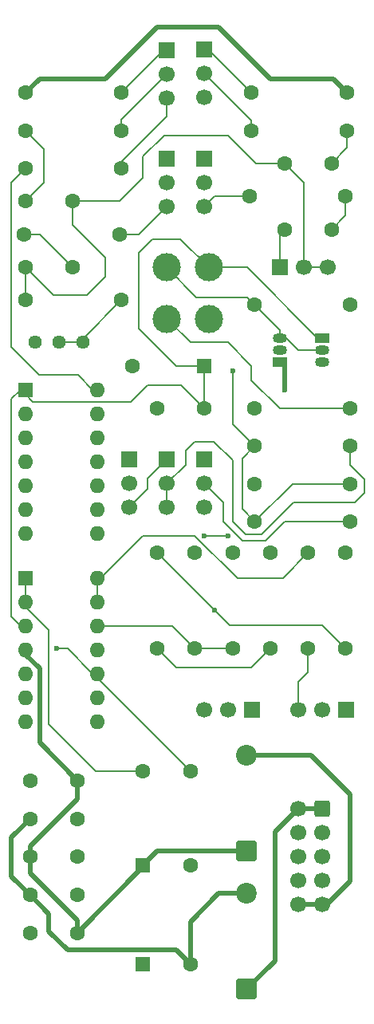
<source format=gbr>
%TF.GenerationSoftware,KiCad,Pcbnew,9.0.5*%
%TF.CreationDate,2025-12-23T14:43:43-05:00*%
%TF.ProjectId,mk_vco_JUST_PCB,6d6b5f76-636f-45f4-9a55-53545f504342,rev?*%
%TF.SameCoordinates,Original*%
%TF.FileFunction,Copper,L1,Top*%
%TF.FilePolarity,Positive*%
%FSLAX46Y46*%
G04 Gerber Fmt 4.6, Leading zero omitted, Abs format (unit mm)*
G04 Created by KiCad (PCBNEW 9.0.5) date 2025-12-23 14:43:43*
%MOMM*%
%LPD*%
G01*
G04 APERTURE LIST*
G04 Aperture macros list*
%AMRoundRect*
0 Rectangle with rounded corners*
0 $1 Rounding radius*
0 $2 $3 $4 $5 $6 $7 $8 $9 X,Y pos of 4 corners*
0 Add a 4 corners polygon primitive as box body*
4,1,4,$2,$3,$4,$5,$6,$7,$8,$9,$2,$3,0*
0 Add four circle primitives for the rounded corners*
1,1,$1+$1,$2,$3*
1,1,$1+$1,$4,$5*
1,1,$1+$1,$6,$7*
1,1,$1+$1,$8,$9*
0 Add four rect primitives between the rounded corners*
20,1,$1+$1,$2,$3,$4,$5,0*
20,1,$1+$1,$4,$5,$6,$7,0*
20,1,$1+$1,$6,$7,$8,$9,0*
20,1,$1+$1,$8,$9,$2,$3,0*%
G04 Aperture macros list end*
%TA.AperFunction,ComponentPad*%
%ADD10C,1.600000*%
%TD*%
%TA.AperFunction,ComponentPad*%
%ADD11R,1.700000X1.700000*%
%TD*%
%TA.AperFunction,ComponentPad*%
%ADD12C,1.700000*%
%TD*%
%TA.AperFunction,ComponentPad*%
%ADD13C,1.440000*%
%TD*%
%TA.AperFunction,ComponentPad*%
%ADD14R,1.500000X1.050000*%
%TD*%
%TA.AperFunction,ComponentPad*%
%ADD15O,1.500000X1.050000*%
%TD*%
%TA.AperFunction,ComponentPad*%
%ADD16C,3.000000*%
%TD*%
%TA.AperFunction,ComponentPad*%
%ADD17RoundRect,0.250000X-0.550000X-0.550000X0.550000X-0.550000X0.550000X0.550000X-0.550000X0.550000X0*%
%TD*%
%TA.AperFunction,ComponentPad*%
%ADD18R,1.600000X1.600000*%
%TD*%
%TA.AperFunction,ComponentPad*%
%ADD19O,1.600000X1.600000*%
%TD*%
%TA.AperFunction,ComponentPad*%
%ADD20RoundRect,0.250000X0.550000X0.550000X-0.550000X0.550000X-0.550000X-0.550000X0.550000X-0.550000X0*%
%TD*%
%TA.AperFunction,ComponentPad*%
%ADD21RoundRect,0.249999X0.850001X-0.850001X0.850001X0.850001X-0.850001X0.850001X-0.850001X-0.850001X0*%
%TD*%
%TA.AperFunction,ComponentPad*%
%ADD22C,2.200000*%
%TD*%
%TA.AperFunction,ComponentPad*%
%ADD23RoundRect,0.250000X0.600000X0.600000X-0.600000X0.600000X-0.600000X-0.600000X0.600000X-0.600000X0*%
%TD*%
%TA.AperFunction,ViaPad*%
%ADD24C,0.600000*%
%TD*%
%TA.AperFunction,Conductor*%
%ADD25C,0.200000*%
%TD*%
%TA.AperFunction,Conductor*%
%ADD26C,0.500000*%
%TD*%
G04 APERTURE END LIST*
D10*
%TO.P,R9,1*%
%TO.N,Net-(Q1-E)*%
X146840000Y-74500000D03*
%TO.P,R9,2*%
%TO.N,+12V*%
X157000000Y-74500000D03*
%TD*%
%TO.P,TH1,1*%
%TO.N,Net-(Q1-B)*%
X127500000Y-63500000D03*
%TO.P,TH1,2*%
%TO.N,Net-(R4-Pad1)*%
X122500000Y-63500000D03*
%TD*%
%TO.P,R2,1*%
%TO.N,Net-(R2-Pad1)*%
X132660000Y-52000000D03*
%TO.P,R2,2*%
%TO.N,-12V*%
X122500000Y-52000000D03*
%TD*%
%TO.P,C2,1*%
%TO.N,Net-(U1A--)*%
X135000000Y-124000000D03*
%TO.P,C2,2*%
%TO.N,Net-(U1B-+)*%
X140000000Y-124000000D03*
%TD*%
%TO.P,C9,1*%
%TO.N,+12V*%
X128000000Y-125000000D03*
%TO.P,C9,2*%
%TO.N,GND*%
X123000000Y-125000000D03*
%TD*%
D11*
%TO.P,J4,S*%
%TO.N,GND*%
X133500000Y-90920000D03*
D12*
%TO.P,J4,T*%
%TO.N,Net-(J4-PadT)*%
X133500000Y-96000000D03*
%TO.P,J4,TN*%
%TO.N,GND*%
X133500000Y-93460000D03*
%TD*%
D13*
%TO.P,RV4,1,1*%
%TO.N,Net-(R8-Pad2)*%
X128580000Y-78500000D03*
%TO.P,RV4,2,2*%
X126040000Y-78500000D03*
%TO.P,RV4,3,3*%
%TO.N,GND*%
X123500000Y-78500000D03*
%TD*%
D10*
%TO.P,TH3,1*%
%TO.N,Net-(Q1-B)*%
X122500000Y-70500000D03*
%TO.P,TH3,2*%
%TO.N,Net-(R6-Pad1)*%
X127500000Y-70500000D03*
%TD*%
%TO.P,R16,1*%
%TO.N,Net-(U1D-+)*%
X140500000Y-111000000D03*
%TO.P,R16,2*%
%TO.N,Net-(R16-Pad2)*%
X140500000Y-100840000D03*
%TD*%
%TO.P,R7,1*%
%TO.N,Net-(R7-Pad1)*%
X156500000Y-63000000D03*
%TO.P,R7,2*%
%TO.N,Net-(J3-PadT)*%
X146340000Y-63000000D03*
%TD*%
D14*
%TO.P,Q2,1,C*%
%TO.N,Net-(D3-K)*%
X154000000Y-78000000D03*
D15*
%TO.P,Q2,2,B*%
%TO.N,Net-(Q1-E)*%
X154000000Y-79270000D03*
%TO.P,Q2,3,E*%
%TO.N,GND*%
X154000000Y-80540000D03*
%TD*%
D10*
%TO.P,C1,1*%
%TO.N,Net-(D3-K)*%
X141500000Y-85500000D03*
%TO.P,C1,2*%
%TO.N,GND*%
X136500000Y-85500000D03*
%TD*%
D16*
%TO.P,TP2,1,1*%
%TO.N,Net-(D3-K)*%
X142000000Y-70540000D03*
%TD*%
D10*
%TO.P,C7,1*%
%TO.N,GND*%
X128000000Y-133100000D03*
%TO.P,C7,2*%
%TO.N,+12V*%
X123000000Y-133100000D03*
%TD*%
%TO.P,R11,1*%
%TO.N,Net-(U1B--)*%
X146840000Y-89500000D03*
%TO.P,R11,2*%
%TO.N,Net-(R11-Pad2)*%
X157000000Y-89500000D03*
%TD*%
D17*
%TO.P,C3,1*%
%TO.N,+12V*%
X135000000Y-134000000D03*
D10*
%TO.P,C3,2*%
%TO.N,GND*%
X140000000Y-134000000D03*
%TD*%
%TO.P,R14,1*%
%TO.N,Net-(U1B--)*%
X146840000Y-97500000D03*
%TO.P,R14,2*%
%TO.N,Net-(R14-Pad2)*%
X157000000Y-97500000D03*
%TD*%
D11*
%TO.P,RV5,1,1*%
%TO.N,Net-(J4-PadT)*%
X137500000Y-90920000D03*
D12*
%TO.P,RV5,2,2*%
%TO.N,Net-(R11-Pad2)*%
X137500000Y-93460000D03*
%TO.P,RV5,3,3*%
X137500000Y-96000000D03*
%TD*%
D16*
%TO.P,TP4,1,1*%
%TO.N,Net-(U1B--)*%
X142000000Y-76000000D03*
%TD*%
D11*
%TO.P,J6,S*%
%TO.N,GND*%
X156580000Y-117500000D03*
D12*
%TO.P,J6,T*%
%TO.N,Net-(J6-PadT)*%
X151500000Y-117500000D03*
%TO.P,J6,TN*%
%TO.N,unconnected-(J6-PadTN)*%
X154040000Y-117500000D03*
%TD*%
D10*
%TO.P,R13,1*%
%TO.N,Net-(R13-Pad1)*%
X136500000Y-100840000D03*
%TO.P,R13,2*%
%TO.N,Net-(U1C--)*%
X136500000Y-111000000D03*
%TD*%
D11*
%TO.P,J2,S*%
%TO.N,GND*%
X137500000Y-58960000D03*
D12*
%TO.P,J2,T*%
%TO.N,Net-(J2-PadT)*%
X137500000Y-64040000D03*
%TO.P,J2,TN*%
%TO.N,GND*%
X137500000Y-61500000D03*
%TD*%
D10*
%TO.P,R17,1*%
%TO.N,GND*%
X144500000Y-100840000D03*
%TO.P,R17,2*%
%TO.N,Net-(U1D-+)*%
X144500000Y-111000000D03*
%TD*%
D18*
%TO.P,U1,1*%
%TO.N,Net-(U1A--)*%
X122500000Y-103500000D03*
D19*
%TO.P,U1,2,-*%
X122500000Y-106040000D03*
%TO.P,U1,3,+*%
%TO.N,Net-(D3-K)*%
X122500000Y-108580000D03*
%TO.P,U1,4,V+*%
%TO.N,+12V*%
X122500000Y-111120000D03*
%TO.P,U1,5,+*%
%TO.N,Net-(U1B-+)*%
X122500000Y-113660000D03*
%TO.P,U1,6,-*%
%TO.N,Net-(U1B--)*%
X122500000Y-116200000D03*
%TO.P,U1,7*%
%TO.N,Net-(R16-Pad2)*%
X122500000Y-118740000D03*
%TO.P,U1,8*%
%TO.N,Net-(R13-Pad1)*%
X130120000Y-118740000D03*
%TO.P,U1,9,-*%
%TO.N,Net-(U1C--)*%
X130120000Y-116200000D03*
%TO.P,U1,10,+*%
%TO.N,Net-(U1B-+)*%
X130120000Y-113660000D03*
%TO.P,U1,11,V-*%
%TO.N,-12V*%
X130120000Y-111120000D03*
%TO.P,U1,12,+*%
%TO.N,Net-(U1D-+)*%
X130120000Y-108580000D03*
%TO.P,U1,13,-*%
%TO.N,Net-(U1D--)*%
X130120000Y-106040000D03*
%TO.P,U1,14*%
X130120000Y-103500000D03*
%TD*%
D11*
%TO.P,RV6,1,1*%
%TO.N,-12V*%
X141500000Y-90920000D03*
D12*
%TO.P,RV6,2,2*%
%TO.N,Net-(R14-Pad2)*%
X141500000Y-93460000D03*
%TO.P,RV6,3,3*%
%TO.N,+12V*%
X141500000Y-96000000D03*
%TD*%
D20*
%TO.P,D3,1,K*%
%TO.N,Net-(D3-K)*%
X141500000Y-81000000D03*
D10*
%TO.P,D3,2,A*%
%TO.N,Net-(D3-A)*%
X133880000Y-81000000D03*
%TD*%
%TO.P,R3,1*%
%TO.N,Net-(R3-Pad1)*%
X146500000Y-52000000D03*
%TO.P,R3,2*%
%TO.N,-12V*%
X156660000Y-52000000D03*
%TD*%
%TO.P,R15,1*%
%TO.N,GND*%
X148500000Y-100840000D03*
%TO.P,R15,2*%
%TO.N,Net-(U1C--)*%
X148500000Y-111000000D03*
%TD*%
%TO.P,TH4,1*%
%TO.N,Net-(RV3-Pad1)*%
X150000000Y-66500000D03*
%TO.P,TH4,2*%
%TO.N,Net-(R7-Pad1)*%
X155000000Y-66500000D03*
%TD*%
D16*
%TO.P,TP3,1,1*%
%TO.N,Net-(U1B-+)*%
X137500000Y-76000000D03*
%TD*%
D11*
%TO.P,RV3,1,1*%
%TO.N,Net-(RV3-Pad1)*%
X149500000Y-70500000D03*
D12*
%TO.P,RV3,2,2*%
%TO.N,Net-(Q1-B)*%
X152040000Y-70500000D03*
%TO.P,RV3,3,3*%
X154580000Y-70500000D03*
%TD*%
D14*
%TO.P,Q1,1,C*%
%TO.N,-12V*%
X149500000Y-80540000D03*
D15*
%TO.P,Q1,2,B*%
%TO.N,Net-(Q1-B)*%
X149500000Y-79270000D03*
%TO.P,Q1,3,E*%
%TO.N,Net-(Q1-E)*%
X149500000Y-78000000D03*
%TD*%
D10*
%TO.P,R6,1*%
%TO.N,Net-(R6-Pad1)*%
X122340000Y-67000000D03*
%TO.P,R6,2*%
%TO.N,Net-(J2-PadT)*%
X132500000Y-67000000D03*
%TD*%
D21*
%TO.P,D2,1,K*%
%TO.N,Net-(D2-K)*%
X146000000Y-147160000D03*
D22*
%TO.P,D2,2,A*%
%TO.N,-12V*%
X146000000Y-137000000D03*
%TD*%
D16*
%TO.P,TP1,1,1*%
%TO.N,Net-(Q1-E)*%
X137500000Y-70540000D03*
%TD*%
D10*
%TO.P,C8,1*%
%TO.N,GND*%
X128000000Y-129050000D03*
%TO.P,C8,2*%
%TO.N,-12V*%
X123000000Y-129050000D03*
%TD*%
D17*
%TO.P,C4,1*%
%TO.N,GND*%
X135000000Y-144500000D03*
D10*
%TO.P,C4,2*%
%TO.N,-12V*%
X140000000Y-144500000D03*
%TD*%
%TO.P,R1,1*%
%TO.N,+12V*%
X122500000Y-60000000D03*
%TO.P,R1,2*%
%TO.N,Net-(R1-Pad2)*%
X132660000Y-60000000D03*
%TD*%
%TO.P,TH2,1*%
%TO.N,Net-(Q1-B)*%
X150000000Y-59500000D03*
%TO.P,TH2,2*%
%TO.N,Net-(R5-Pad1)*%
X155000000Y-59500000D03*
%TD*%
D11*
%TO.P,RV1,1,1*%
%TO.N,Net-(R2-Pad1)*%
X137500000Y-47460000D03*
D12*
%TO.P,RV1,2,2*%
%TO.N,Net-(R4-Pad2)*%
X137500000Y-50000000D03*
%TO.P,RV1,3,3*%
%TO.N,Net-(R1-Pad2)*%
X137500000Y-52540000D03*
%TD*%
D11*
%TO.P,J3,S*%
%TO.N,GND*%
X141500000Y-59000000D03*
D12*
%TO.P,J3,T*%
%TO.N,Net-(J3-PadT)*%
X141500000Y-64080000D03*
%TO.P,J3,TN*%
%TO.N,GND*%
X141500000Y-61540000D03*
%TD*%
D10*
%TO.P,R5,1*%
%TO.N,Net-(R5-Pad1)*%
X156660000Y-56000000D03*
%TO.P,R5,2*%
%TO.N,Net-(R5-Pad2)*%
X146500000Y-56000000D03*
%TD*%
%TO.P,C6,1*%
%TO.N,GND*%
X128000000Y-137150000D03*
%TO.P,C6,2*%
%TO.N,-12V*%
X123000000Y-137150000D03*
%TD*%
%TO.P,R10,1*%
%TO.N,GND*%
X146840000Y-85500000D03*
%TO.P,R10,2*%
%TO.N,Net-(U1B-+)*%
X157000000Y-85500000D03*
%TD*%
D11*
%TO.P,J5,S*%
%TO.N,GND*%
X146580000Y-117500000D03*
D12*
%TO.P,J5,T*%
%TO.N,Net-(J5-PadT)*%
X141500000Y-117500000D03*
%TO.P,J5,TN*%
%TO.N,unconnected-(J5-PadTN)*%
X144040000Y-117500000D03*
%TD*%
D10*
%TO.P,R12,1*%
%TO.N,GND*%
X146840000Y-93500000D03*
%TO.P,R12,2*%
%TO.N,Net-(U1B--)*%
X157000000Y-93500000D03*
%TD*%
%TO.P,R4,1*%
%TO.N,Net-(R4-Pad1)*%
X122500000Y-56000000D03*
%TO.P,R4,2*%
%TO.N,Net-(R4-Pad2)*%
X132660000Y-56000000D03*
%TD*%
%TO.P,R19,1*%
%TO.N,Net-(J6-PadT)*%
X152500000Y-111000000D03*
%TO.P,R19,2*%
%TO.N,Net-(U1D--)*%
X152500000Y-100840000D03*
%TD*%
%TO.P,C5,1*%
%TO.N,+12V*%
X128000000Y-141200000D03*
%TO.P,C5,2*%
%TO.N,GND*%
X123000000Y-141200000D03*
%TD*%
D21*
%TO.P,D1,1,K*%
%TO.N,+12V*%
X146000000Y-132500000D03*
D22*
%TO.P,D1,2,A*%
%TO.N,Net-(D1-A)*%
X146000000Y-122340000D03*
%TD*%
D18*
%TO.P,U2,1*%
%TO.N,Net-(D3-K)*%
X122500000Y-83500000D03*
D19*
%TO.P,U2,2*%
%TO.N,Net-(D3-A)*%
X122500000Y-86040000D03*
%TO.P,U2,3*%
%TO.N,GND*%
X122500000Y-88580000D03*
%TO.P,U2,4*%
%TO.N,unconnected-(U2-Pad4)*%
X122500000Y-91120000D03*
%TO.P,U2,5*%
%TO.N,GND*%
X122500000Y-93660000D03*
%TO.P,U2,6*%
%TO.N,unconnected-(U2-Pad6)*%
X122500000Y-96200000D03*
%TO.P,U2,7,VSS*%
%TO.N,GND*%
X122500000Y-98740000D03*
%TO.P,U2,8*%
%TO.N,unconnected-(U2-Pad8)*%
X130120000Y-98740000D03*
%TO.P,U2,9*%
%TO.N,GND*%
X130120000Y-96200000D03*
%TO.P,U2,10*%
%TO.N,unconnected-(U2-Pad10)*%
X130120000Y-93660000D03*
%TO.P,U2,11*%
%TO.N,GND*%
X130120000Y-91120000D03*
%TO.P,U2,12*%
%TO.N,unconnected-(U2-Pad12)*%
X130120000Y-88580000D03*
%TO.P,U2,13*%
%TO.N,GND*%
X130120000Y-86040000D03*
%TO.P,U2,14,VDD*%
%TO.N,+12V*%
X130120000Y-83500000D03*
%TD*%
D10*
%TO.P,R18,1*%
%TO.N,Net-(J5-PadT)*%
X156500000Y-100840000D03*
%TO.P,R18,2*%
%TO.N,Net-(R13-Pad1)*%
X156500000Y-111000000D03*
%TD*%
D11*
%TO.P,RV2,1,1*%
%TO.N,Net-(R3-Pad1)*%
X141500000Y-47420000D03*
D12*
%TO.P,RV2,2,2*%
%TO.N,Net-(R5-Pad2)*%
X141500000Y-49960000D03*
%TO.P,RV2,3,3*%
%TO.N,GND*%
X141500000Y-52500000D03*
%TD*%
D10*
%TO.P,R8,1*%
%TO.N,Net-(Q1-B)*%
X122500000Y-74000000D03*
%TO.P,R8,2*%
%TO.N,Net-(R8-Pad2)*%
X132660000Y-74000000D03*
%TD*%
D23*
%TO.P,J1,1,Pin_1*%
%TO.N,Net-(D2-K)*%
X154000000Y-128000000D03*
D12*
%TO.P,J1,2,Pin_2*%
X151460000Y-128000000D03*
%TO.P,J1,3,Pin_3*%
%TO.N,GND*%
X154000000Y-130540000D03*
%TO.P,J1,4,Pin_4*%
X151460000Y-130540000D03*
%TO.P,J1,5,Pin_5*%
X154000000Y-133080000D03*
%TO.P,J1,6,Pin_6*%
X151460000Y-133080000D03*
%TO.P,J1,7,Pin_7*%
X154000000Y-135620000D03*
%TO.P,J1,8,Pin_8*%
X151460000Y-135620000D03*
%TO.P,J1,9,Pin_9*%
%TO.N,Net-(D1-A)*%
X154000000Y-138160000D03*
%TO.P,J1,10,Pin_10*%
X151460000Y-138160000D03*
%TD*%
D24*
%TO.N,Net-(U1B-+)*%
X125801000Y-111000000D03*
%TO.N,-12V*%
X150000000Y-83500000D03*
%TO.N,Net-(U1B--)*%
X144000000Y-99000000D03*
X141500000Y-99000000D03*
X144500000Y-81500000D03*
%TO.N,Net-(R13-Pad1)*%
X142580000Y-106920000D03*
%TD*%
D25*
%TO.N,Net-(D3-K)*%
X135500000Y-83000000D02*
X139000000Y-83000000D01*
X121000000Y-107580000D02*
X121000000Y-84500000D01*
X122500000Y-84000000D02*
X123289211Y-84789211D01*
X134500000Y-69000000D02*
X136000000Y-67500000D01*
X121000000Y-84500000D02*
X122000000Y-83500000D01*
X122500000Y-108580000D02*
X122000000Y-108580000D01*
X122000000Y-83500000D02*
X122500000Y-83500000D01*
X142000000Y-70540000D02*
X146040000Y-70540000D01*
X134500000Y-77000000D02*
X134500000Y-69000000D01*
X153500000Y-78000000D02*
X154000000Y-78000000D01*
X123289211Y-84789211D02*
X133710789Y-84789211D01*
X138500000Y-81000000D02*
X134500000Y-77000000D01*
X146040000Y-70540000D02*
X153500000Y-78000000D01*
X136000000Y-67500000D02*
X138960000Y-67500000D01*
X138960000Y-67500000D02*
X142000000Y-70540000D01*
X141500000Y-85500000D02*
X141500000Y-81000000D01*
X122500000Y-83500000D02*
X122500000Y-84000000D01*
X133710789Y-84789211D02*
X135500000Y-83000000D01*
X139000000Y-83000000D02*
X141500000Y-85500000D01*
X141500000Y-81000000D02*
X138500000Y-81000000D01*
X122000000Y-108580000D02*
X121000000Y-107580000D01*
%TO.N,Net-(U1A--)*%
X130000000Y-124000000D02*
X125000000Y-119000000D01*
X122500000Y-106540000D02*
X122500000Y-106040000D01*
X135000000Y-124000000D02*
X130000000Y-124000000D01*
X125000000Y-109040000D02*
X122500000Y-106540000D01*
X122500000Y-103500000D02*
X122500000Y-106040000D01*
X125000000Y-119000000D02*
X125000000Y-109040000D01*
%TO.N,Net-(U1B-+)*%
X126960000Y-111000000D02*
X129620000Y-113660000D01*
X137500000Y-76000000D02*
X140000000Y-78500000D01*
X125801000Y-111000000D02*
X126960000Y-111000000D01*
X149500000Y-85500000D02*
X157000000Y-85500000D01*
X144000000Y-78500000D02*
X146500000Y-81000000D01*
X146500000Y-81000000D02*
X146500000Y-82500000D01*
X129620000Y-113660000D02*
X130120000Y-113660000D01*
X140000000Y-78500000D02*
X144000000Y-78500000D01*
X140000000Y-124000000D02*
X130120000Y-114120000D01*
X130120000Y-114120000D02*
X130120000Y-113660000D01*
X146500000Y-82500000D02*
X149500000Y-85500000D01*
%TO.N,+12V*%
X121000000Y-61500000D02*
X121000000Y-79000000D01*
X122500000Y-60000000D02*
X121000000Y-61500000D01*
X121000000Y-79000000D02*
X123940000Y-81940000D01*
X129620000Y-83500000D02*
X130120000Y-83500000D01*
D26*
X122500000Y-111120000D02*
X122500000Y-111620000D01*
X128000000Y-126968630D02*
X128000000Y-125000000D01*
X124000000Y-121000000D02*
X128000000Y-125000000D01*
D25*
X123940000Y-81940000D02*
X128060000Y-81940000D01*
D26*
X146000000Y-132500000D02*
X136500000Y-132500000D01*
X123000000Y-134865685D02*
X128000000Y-139865685D01*
X135000000Y-134200000D02*
X135000000Y-134000000D01*
X123000000Y-133100000D02*
X123000000Y-134865685D01*
X123000000Y-131968630D02*
X128000000Y-126968630D01*
D25*
X128060000Y-81940000D02*
X129620000Y-83500000D01*
D26*
X128000000Y-141200000D02*
X135000000Y-134200000D01*
X124000000Y-113120000D02*
X124000000Y-121000000D01*
X123000000Y-133100000D02*
X123000000Y-131968630D01*
X136500000Y-132500000D02*
X135000000Y-134000000D01*
X128000000Y-139865685D02*
X128000000Y-141200000D01*
X122500000Y-111620000D02*
X124000000Y-113120000D01*
%TO.N,-12V*%
X143000000Y-137000000D02*
X140000000Y-140000000D01*
X150000000Y-83500000D02*
X150000000Y-81040000D01*
X122500000Y-52000000D02*
X124000000Y-50500000D01*
X146000000Y-137000000D02*
X143000000Y-137000000D01*
X121000000Y-131050000D02*
X123000000Y-129050000D01*
X125000000Y-139150000D02*
X123000000Y-137150000D01*
D25*
X123000000Y-137150000D02*
X123000000Y-137757050D01*
D26*
X124000000Y-50500000D02*
X131000000Y-50500000D01*
X125000000Y-141000000D02*
X125000000Y-139150000D01*
X138500000Y-143000000D02*
X127000000Y-143000000D01*
X143000000Y-45000000D02*
X148500000Y-50500000D01*
X131000000Y-50500000D02*
X136500000Y-45000000D01*
X155160000Y-50500000D02*
X156660000Y-52000000D01*
X148500000Y-50500000D02*
X155160000Y-50500000D01*
X140000000Y-140000000D02*
X140000000Y-144500000D01*
X123000000Y-137150000D02*
X121000000Y-135150000D01*
X150000000Y-81040000D02*
X149500000Y-80540000D01*
X140000000Y-144500000D02*
X138500000Y-143000000D01*
X121000000Y-135150000D02*
X121000000Y-131050000D01*
X136500000Y-45000000D02*
X143000000Y-45000000D01*
X127000000Y-143000000D02*
X125000000Y-141000000D01*
%TO.N,Net-(D1-A)*%
X157000000Y-135660000D02*
X154500000Y-138160000D01*
X154500000Y-138160000D02*
X154000000Y-138160000D01*
X154000000Y-138160000D02*
X151460000Y-138160000D01*
X146000000Y-122340000D02*
X152840000Y-122340000D01*
X152840000Y-122340000D02*
X157000000Y-126500000D01*
X157000000Y-126500000D02*
X157000000Y-135660000D01*
%TO.N,Net-(D2-K)*%
X151460000Y-128020000D02*
X151460000Y-128000000D01*
X149000000Y-144160000D02*
X149000000Y-130480000D01*
X149000000Y-130480000D02*
X151460000Y-128020000D01*
X154000000Y-128000000D02*
X151460000Y-128000000D01*
X146000000Y-147160000D02*
X149000000Y-144160000D01*
D25*
%TO.N,Net-(J2-PadT)*%
X134540000Y-67000000D02*
X137500000Y-64040000D01*
X132500000Y-67000000D02*
X134540000Y-67000000D01*
%TO.N,Net-(J4-PadT)*%
X135500000Y-94000000D02*
X135500000Y-92920000D01*
X133500000Y-96000000D02*
X135500000Y-94000000D01*
X135500000Y-92920000D02*
X137500000Y-90920000D01*
%TO.N,Net-(J6-PadT)*%
X152500000Y-111000000D02*
X152500000Y-113500000D01*
X151500000Y-114500000D02*
X151500000Y-117500000D01*
X152500000Y-113500000D02*
X151500000Y-114500000D01*
%TO.N,Net-(Q1-B)*%
X127500000Y-66000000D02*
X131000000Y-69500000D01*
X125500000Y-73500000D02*
X122500000Y-70500000D01*
X129000000Y-73500000D02*
X125500000Y-73500000D01*
X122500000Y-74000000D02*
X122500000Y-70500000D01*
X132500000Y-63500000D02*
X127500000Y-63500000D01*
X137207635Y-56500000D02*
X135000000Y-58707635D01*
X144000000Y-56500000D02*
X137207635Y-56500000D01*
X150000000Y-59500000D02*
X147000000Y-59500000D01*
X131000000Y-69500000D02*
X131000000Y-71500000D01*
X127500000Y-63500000D02*
X127500000Y-66000000D01*
X152040000Y-61540000D02*
X152040000Y-70500000D01*
X135000000Y-58707635D02*
X135000000Y-61000000D01*
X149500000Y-79270000D02*
X149775000Y-79270000D01*
X147000000Y-59500000D02*
X144000000Y-56500000D01*
X131000000Y-71500000D02*
X129000000Y-73500000D01*
X135000000Y-61000000D02*
X132500000Y-63500000D01*
X152040000Y-70500000D02*
X154580000Y-70500000D01*
X150000000Y-59500000D02*
X152040000Y-61540000D01*
%TO.N,Net-(Q1-E)*%
X150225000Y-78000000D02*
X151495000Y-79270000D01*
X149500000Y-78000000D02*
X150225000Y-78000000D01*
X146840000Y-74500000D02*
X146040001Y-73700001D01*
X151495000Y-79270000D02*
X154000000Y-79270000D01*
X146040001Y-73700001D02*
X140660001Y-73700001D01*
X140660001Y-73700001D02*
X137500000Y-70540000D01*
X146840000Y-74500000D02*
X149500000Y-77160000D01*
X149500000Y-77160000D02*
X149500000Y-78000000D01*
%TO.N,Net-(R1-Pad2)*%
X137500000Y-54500000D02*
X132660000Y-59340000D01*
X137500000Y-52540000D02*
X137500000Y-54500000D01*
X132660000Y-59340000D02*
X132660000Y-60000000D01*
%TO.N,Net-(R2-Pad1)*%
X137500000Y-47460000D02*
X137200000Y-47460000D01*
X137200000Y-47460000D02*
X132660000Y-52000000D01*
%TO.N,Net-(R3-Pad1)*%
X141920000Y-47420000D02*
X141500000Y-47420000D01*
X146500000Y-52000000D02*
X141920000Y-47420000D01*
%TO.N,Net-(R4-Pad2)*%
X132660000Y-54840000D02*
X132660000Y-56000000D01*
X137500000Y-50000000D02*
X137500000Y-50727100D01*
X137500000Y-50000000D02*
X132660000Y-54840000D01*
X137500000Y-50000000D02*
X137500000Y-50160000D01*
%TO.N,Net-(R4-Pad1)*%
X124500000Y-58000000D02*
X124500000Y-61500000D01*
X124500000Y-61500000D02*
X122500000Y-63500000D01*
X122500000Y-56000000D02*
X124500000Y-58000000D01*
%TO.N,Net-(R5-Pad2)*%
X141500000Y-49960000D02*
X146500000Y-54960000D01*
X146500000Y-54960000D02*
X146500000Y-56000000D01*
%TO.N,Net-(R5-Pad1)*%
X156660000Y-56000000D02*
X156660000Y-57840000D01*
X156660000Y-57840000D02*
X155000000Y-59500000D01*
%TO.N,Net-(R6-Pad1)*%
X124000000Y-67000000D02*
X127500000Y-70500000D01*
X122340000Y-67000000D02*
X124000000Y-67000000D01*
%TO.N,Net-(R7-Pad1)*%
X156500000Y-65000000D02*
X155000000Y-66500000D01*
X156500000Y-63000000D02*
X156500000Y-65000000D01*
%TO.N,Net-(R8-Pad2)*%
X128580000Y-78080000D02*
X128580000Y-78500000D01*
X128580000Y-78500000D02*
X126040000Y-78500000D01*
X132660000Y-74000000D02*
X128580000Y-78080000D01*
%TO.N,Net-(R11-Pad2)*%
X137500000Y-93460000D02*
X139500000Y-91460000D01*
X147610330Y-98889670D02*
X151000000Y-95500000D01*
X144500000Y-91000000D02*
X144500000Y-97500000D01*
X157000000Y-91500000D02*
X157000000Y-89500000D01*
X139500000Y-91460000D02*
X139500000Y-90000000D01*
X157500000Y-95500000D02*
X158500000Y-94500000D01*
X144500000Y-97500000D02*
X145889670Y-98889670D01*
X139500000Y-90000000D02*
X140500000Y-89000000D01*
X151000000Y-95500000D02*
X157500000Y-95500000D01*
X142500000Y-89000000D02*
X144500000Y-91000000D01*
X145889670Y-98889670D02*
X147610330Y-98889670D01*
X140500000Y-89000000D02*
X142500000Y-89000000D01*
X158500000Y-94500000D02*
X158500000Y-93000000D01*
X137500000Y-96000000D02*
X137500000Y-93460000D01*
X158500000Y-93000000D02*
X157000000Y-91500000D01*
%TO.N,Net-(U1B--)*%
X144500000Y-81500000D02*
X144500000Y-87160000D01*
X146840000Y-97500000D02*
X145500000Y-96160000D01*
X157000000Y-93500000D02*
X150840000Y-93500000D01*
X141500000Y-99000000D02*
X144000000Y-99000000D01*
X145500000Y-96160000D02*
X145500000Y-90840000D01*
X144500000Y-87160000D02*
X146840000Y-89500000D01*
X150840000Y-93500000D02*
X146840000Y-97500000D01*
X145500000Y-90840000D02*
X146840000Y-89500000D01*
%TO.N,Net-(R13-Pad1)*%
X156500000Y-111000000D02*
X154000000Y-108500000D01*
X142580000Y-106920000D02*
X136500000Y-100840000D01*
X130120000Y-118740000D02*
X130317050Y-118740000D01*
X144160000Y-108500000D02*
X142580000Y-106920000D01*
X154000000Y-108500000D02*
X144160000Y-108500000D01*
%TO.N,Net-(U1C--)*%
X138500000Y-113000000D02*
X136500000Y-111000000D01*
X146500000Y-113000000D02*
X138500000Y-113000000D01*
X148500000Y-111000000D02*
X146500000Y-113000000D01*
%TO.N,Net-(R14-Pad2)*%
X145500000Y-99500000D02*
X143500000Y-97500000D01*
X148000000Y-99500000D02*
X145500000Y-99500000D01*
X157000000Y-97500000D02*
X150000000Y-97500000D01*
X143500000Y-95460000D02*
X141500000Y-93460000D01*
X150000000Y-97500000D02*
X148000000Y-99500000D01*
X143500000Y-97500000D02*
X143500000Y-95460000D01*
%TO.N,Net-(U1D-+)*%
X140500000Y-111000000D02*
X138080000Y-108580000D01*
X144500000Y-111000000D02*
X140500000Y-111000000D01*
X138080000Y-108580000D02*
X130120000Y-108580000D01*
%TO.N,Net-(U1D--)*%
X130120000Y-103500000D02*
X130500000Y-103500000D01*
X145000000Y-103500000D02*
X149840000Y-103500000D01*
X130500000Y-103500000D02*
X135000000Y-99000000D01*
X135000000Y-99000000D02*
X140500000Y-99000000D01*
X140500000Y-99000000D02*
X145000000Y-103500000D01*
X130120000Y-106040000D02*
X130120000Y-103500000D01*
X149840000Y-103500000D02*
X152500000Y-100840000D01*
%TO.N,Net-(RV3-Pad1)*%
X149500000Y-67000000D02*
X149500000Y-70500000D01*
X150000000Y-66500000D02*
X149500000Y-67000000D01*
%TO.N,Net-(J3-PadT)*%
X146340000Y-63000000D02*
X142580000Y-63000000D01*
X142580000Y-63000000D02*
X141500000Y-64080000D01*
%TD*%
M02*

</source>
